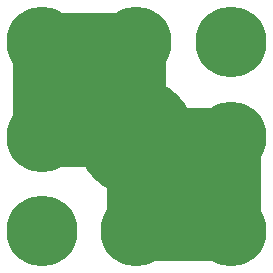
<source format=gbl>
G04 #@! TF.FileFunction,Copper,L2,Bot,Signal*
%FSLAX46Y46*%
G04 Gerber Fmt 4.6, Leading zero omitted, Abs format (unit mm)*
G04 Created by KiCad (PCBNEW 4.0.1-3.201512221402+6198~38~ubuntu14.04.1-stable) date Mon 29 Feb 2016 11:09:00 PM PST*
%MOMM*%
G01*
G04 APERTURE LIST*
%ADD10C,0.100000*%
%ADD11C,10.000000*%
%ADD12C,6.000000*%
%ADD13C,5.000000*%
G04 APERTURE END LIST*
D10*
D11*
X131500000Y-89500000D03*
D12*
X139500000Y-81500000D03*
X123500000Y-81500000D03*
X131500000Y-81500000D03*
X139500000Y-89500000D03*
X139500000Y-97500000D03*
X131500000Y-97500000D03*
X123500000Y-89500000D03*
X123500000Y-97500000D03*
D13*
X123500000Y-81500000D02*
X131500000Y-81500000D01*
X131500000Y-81500000D02*
X131500000Y-89500000D01*
X123500000Y-81500000D02*
X131500000Y-89500000D01*
X123500000Y-89500000D02*
X123500000Y-81500000D01*
X131500000Y-97500000D02*
X139500000Y-97500000D01*
X131500000Y-89500000D02*
X139500000Y-97500000D01*
X131500000Y-89500000D02*
X131500000Y-97500000D01*
X139500000Y-97500000D02*
X139500000Y-89500000D01*
X131500000Y-89500000D02*
X139500000Y-89500000D01*
X131500000Y-89500000D02*
X123500000Y-89500000D01*
M02*

</source>
